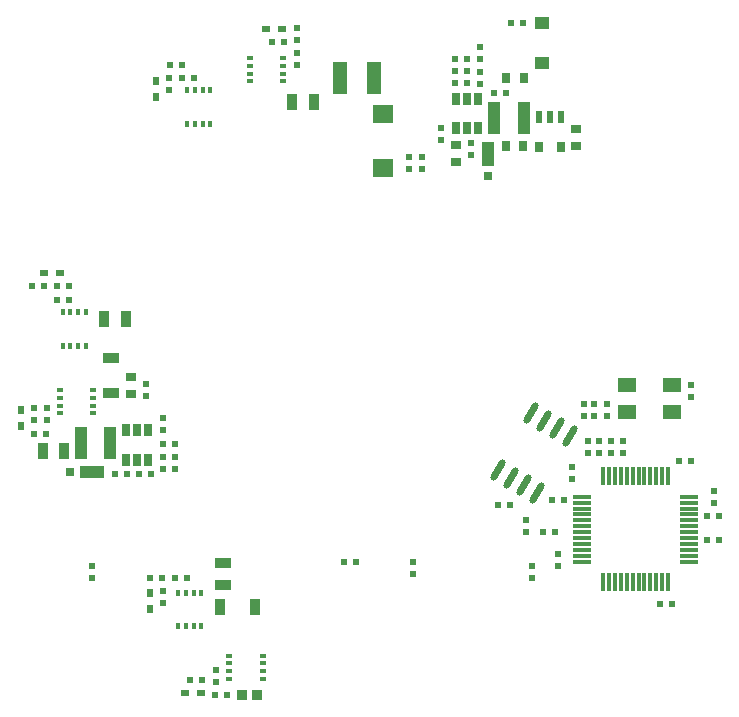
<source format=gtp>
G04*
G04 #@! TF.GenerationSoftware,Altium Limited,Altium Designer,19.1.5 (86)*
G04*
G04 Layer_Color=8421504*
%FSLAX25Y25*%
%MOIN*%
G70*
G01*
G75*
%ADD22R,0.02200X0.02200*%
%ADD23R,0.03200X0.03200*%
%ADD24R,0.02200X0.02200*%
%ADD25R,0.03600X0.05800*%
%ADD26R,0.03000X0.02000*%
%ADD27R,0.02000X0.03000*%
%ADD28R,0.02165X0.01378*%
%ADD29R,0.03800X0.05600*%
%ADD30R,0.01378X0.02165*%
%ADD31R,0.05800X0.03600*%
%ADD32R,0.01181X0.05906*%
%ADD33R,0.05906X0.01181*%
%ADD34R,0.07874X0.04331*%
%ADD35R,0.03150X0.03150*%
%ADD36R,0.03937X0.10630*%
%ADD37R,0.03500X0.03000*%
%ADD38R,0.02600X0.04200*%
%ADD39R,0.05600X0.03800*%
%ADD40R,0.04331X0.07874*%
%ADD41R,0.03150X0.03150*%
%ADD42R,0.05118X0.10630*%
%ADD43R,0.04724X0.03937*%
%ADD44R,0.06890X0.06000*%
%ADD45R,0.03000X0.03500*%
%ADD46R,0.02400X0.04000*%
%ADD47R,0.02800X0.03800*%
%ADD48R,0.06299X0.05118*%
G04:AMPARAMS|DCode=49|XSize=23.62mil|YSize=78.74mil|CornerRadius=0mil|HoleSize=0mil|Usage=FLASHONLY|Rotation=330.000|XOffset=0mil|YOffset=0mil|HoleType=Round|Shape=Round|*
%AMOVALD49*
21,1,0.05512,0.02362,0.00000,0.00000,60.0*
1,1,0.02362,-0.01378,-0.02387*
1,1,0.02362,0.01378,0.02387*
%
%ADD49OVALD49*%

G04:AMPARAMS|DCode=50|XSize=23.62mil|YSize=78.74mil|CornerRadius=0mil|HoleSize=0mil|Usage=FLASHONLY|Rotation=330.000|XOffset=0mil|YOffset=0mil|HoleType=Round|Shape=Round|*
%AMOVALD50*
21,1,0.05512,0.02362,0.00000,0.00000,60.0*
1,1,0.02362,-0.01378,-0.02387*
1,1,0.02362,0.01378,0.02387*
%
%ADD50OVALD50*%

D22*
X48588Y-66000D02*
D03*
Y-70000D02*
D03*
X-97921Y-70320D02*
D03*
Y-66321D02*
D03*
X-29700Y113100D02*
D03*
Y109100D02*
D03*
X-72400Y92400D02*
D03*
Y96400D02*
D03*
X-29700Y100900D02*
D03*
Y104900D02*
D03*
X-117400Y-13600D02*
D03*
Y-17600D02*
D03*
X-113152Y-13633D02*
D03*
Y-17633D02*
D03*
X11900Y66300D02*
D03*
Y70300D02*
D03*
X7500D02*
D03*
Y66300D02*
D03*
X8909Y-64691D02*
D03*
Y-68691D02*
D03*
X46500Y-50700D02*
D03*
Y-54700D02*
D03*
X62100Y-33300D02*
D03*
Y-37300D02*
D03*
X67200Y-24400D02*
D03*
Y-28400D02*
D03*
X71100Y-24400D02*
D03*
Y-28400D02*
D03*
X75000Y-24400D02*
D03*
Y-28400D02*
D03*
X78900Y-28400D02*
D03*
Y-24400D02*
D03*
X57200Y-66100D02*
D03*
Y-62100D02*
D03*
X109400Y-41200D02*
D03*
Y-45200D02*
D03*
X101762Y-5800D02*
D03*
Y-9800D02*
D03*
X-74300Y-33900D02*
D03*
Y-29900D02*
D03*
X-70200Y-33900D02*
D03*
Y-29900D02*
D03*
X-79900Y-9400D02*
D03*
Y-5400D02*
D03*
X-74400Y-16779D02*
D03*
Y-20779D02*
D03*
X-74241Y-78620D02*
D03*
Y-74620D02*
D03*
X-56740Y-100715D02*
D03*
Y-104715D02*
D03*
X73762Y-16000D02*
D03*
Y-12000D02*
D03*
X69400Y-16000D02*
D03*
Y-12000D02*
D03*
X65888Y-16000D02*
D03*
Y-12000D02*
D03*
X31400Y102800D02*
D03*
Y106800D02*
D03*
X31453Y98513D02*
D03*
Y94513D02*
D03*
X28212Y74691D02*
D03*
Y70692D02*
D03*
X18413Y75691D02*
D03*
Y79691D02*
D03*
D23*
X-43000Y-109200D02*
D03*
X-48000D02*
D03*
D24*
X56318Y-54884D02*
D03*
X52318D02*
D03*
X110900Y-57500D02*
D03*
X106900D02*
D03*
X-78400Y-35600D02*
D03*
X-82400D02*
D03*
X-34100Y108400D02*
D03*
X-38100D02*
D03*
X-68100Y100700D02*
D03*
X-72100D02*
D03*
X37412Y-45986D02*
D03*
X41412D02*
D03*
X-64000Y96400D02*
D03*
X-68000D02*
D03*
X-113900Y27100D02*
D03*
X-117900D02*
D03*
X-105621D02*
D03*
X-109621D02*
D03*
X-105621Y22480D02*
D03*
X-109621D02*
D03*
X-113300Y-22000D02*
D03*
X-117300D02*
D03*
X-14000Y-64700D02*
D03*
X-10000D02*
D03*
X55418Y-44086D02*
D03*
X59418D02*
D03*
X97800Y-31100D02*
D03*
X101800D02*
D03*
X95300Y-78900D02*
D03*
X91300D02*
D03*
X-74300Y-25600D02*
D03*
X-70300D02*
D03*
X-90500Y-35600D02*
D03*
X-86500D02*
D03*
X-74641Y-70221D02*
D03*
X-78641D02*
D03*
X-52900Y-109100D02*
D03*
X-56900D02*
D03*
X-65200Y-104200D02*
D03*
X-61200D02*
D03*
X-66341Y-70221D02*
D03*
X-70341D02*
D03*
X110900Y-49500D02*
D03*
X106900D02*
D03*
X45500Y114800D02*
D03*
X41500D02*
D03*
X26913Y102691D02*
D03*
X22913D02*
D03*
X26913Y98691D02*
D03*
X22913D02*
D03*
X26913Y94691D02*
D03*
X22913D02*
D03*
X39953Y91513D02*
D03*
X35953D02*
D03*
D25*
X-55500Y-79800D02*
D03*
X-43700D02*
D03*
D26*
X-40100Y113000D02*
D03*
X-34700D02*
D03*
X-114100Y31600D02*
D03*
X-108700D02*
D03*
X-61700Y-108500D02*
D03*
X-67100D02*
D03*
D27*
X-76700Y95518D02*
D03*
Y90118D02*
D03*
X-121800Y-19500D02*
D03*
Y-14100D02*
D03*
X-78641Y-75121D02*
D03*
Y-80520D02*
D03*
D28*
X-45421Y95382D02*
D03*
Y97941D02*
D03*
Y100500D02*
D03*
Y103059D02*
D03*
X-34200Y95382D02*
D03*
Y97941D02*
D03*
Y100500D02*
D03*
Y103059D02*
D03*
X-97609Y-7640D02*
D03*
Y-10199D02*
D03*
Y-12758D02*
D03*
Y-15317D02*
D03*
X-108829Y-7640D02*
D03*
Y-10199D02*
D03*
Y-12758D02*
D03*
Y-15317D02*
D03*
X-41040Y-96097D02*
D03*
Y-98656D02*
D03*
Y-101215D02*
D03*
Y-103774D02*
D03*
X-52261Y-96097D02*
D03*
Y-98656D02*
D03*
Y-101215D02*
D03*
Y-103774D02*
D03*
D29*
X-24000Y88500D02*
D03*
X-31200D02*
D03*
X-86800Y16300D02*
D03*
X-94000D02*
D03*
X-107300Y-27900D02*
D03*
X-114500D02*
D03*
D30*
X-58541Y81200D02*
D03*
X-61100D02*
D03*
X-63659D02*
D03*
X-66218D02*
D03*
X-58541Y92421D02*
D03*
X-61100D02*
D03*
X-63659D02*
D03*
X-66218D02*
D03*
X-100162Y7180D02*
D03*
X-102721D02*
D03*
X-105280D02*
D03*
X-107839D02*
D03*
X-100162Y18400D02*
D03*
X-102721D02*
D03*
X-105280D02*
D03*
X-107839D02*
D03*
X-61582Y-86221D02*
D03*
X-64141D02*
D03*
X-66700D02*
D03*
X-69259D02*
D03*
X-61582Y-75000D02*
D03*
X-64141D02*
D03*
X-66700D02*
D03*
X-69259D02*
D03*
D31*
X-91800Y3200D02*
D03*
Y-8600D02*
D03*
D32*
X94027Y-36184D02*
D03*
X92058D02*
D03*
X90090D02*
D03*
X88121D02*
D03*
X86153D02*
D03*
X84184D02*
D03*
X82216D02*
D03*
X80247D02*
D03*
X78279D02*
D03*
X76310D02*
D03*
X74342D02*
D03*
X72373D02*
D03*
Y-71617D02*
D03*
X74342D02*
D03*
X76310D02*
D03*
X78279D02*
D03*
X80247D02*
D03*
X82216D02*
D03*
X84184D02*
D03*
X86153D02*
D03*
X88121D02*
D03*
X90090D02*
D03*
X92058D02*
D03*
X94027D02*
D03*
D33*
X65483Y-43073D02*
D03*
Y-45042D02*
D03*
Y-47010D02*
D03*
Y-48979D02*
D03*
Y-50947D02*
D03*
Y-52916D02*
D03*
Y-54884D02*
D03*
Y-56853D02*
D03*
Y-58821D02*
D03*
Y-60790D02*
D03*
Y-62758D02*
D03*
Y-64727D02*
D03*
X100917D02*
D03*
Y-62758D02*
D03*
Y-60790D02*
D03*
Y-58821D02*
D03*
Y-56853D02*
D03*
Y-54884D02*
D03*
Y-52916D02*
D03*
Y-50947D02*
D03*
Y-48979D02*
D03*
Y-47010D02*
D03*
Y-45042D02*
D03*
Y-43073D02*
D03*
D34*
X-97920Y-34800D02*
D03*
D35*
X-105400D02*
D03*
D36*
X-101821Y-25100D02*
D03*
X-91979D02*
D03*
X45874Y83013D02*
D03*
X36031D02*
D03*
D37*
X-85000Y-8900D02*
D03*
Y-3100D02*
D03*
X63487Y73861D02*
D03*
Y79661D02*
D03*
X23413Y74191D02*
D03*
Y68392D02*
D03*
D38*
X-86740Y-20879D02*
D03*
X-83000Y-20879D02*
D03*
X-79260Y-30721D02*
D03*
X-83000D02*
D03*
X-79260Y-20879D02*
D03*
X-86740Y-30721D02*
D03*
X30653Y79770D02*
D03*
X26913Y79770D02*
D03*
X23172Y89613D02*
D03*
X26913D02*
D03*
X23172Y79770D02*
D03*
X30653Y89613D02*
D03*
D39*
X-54400Y-72400D02*
D03*
Y-65200D02*
D03*
D40*
X33900Y71280D02*
D03*
D41*
Y63800D02*
D03*
D42*
X-3891Y96600D02*
D03*
X-15309D02*
D03*
D43*
X52000Y101611D02*
D03*
Y114800D02*
D03*
D44*
X-1000Y84500D02*
D03*
Y66500D02*
D03*
D45*
X45700Y73700D02*
D03*
X39900D02*
D03*
X45853Y96513D02*
D03*
X40053D02*
D03*
D46*
X54640Y83395D02*
D03*
X50900D02*
D03*
X58380D02*
D03*
D47*
Y73552D02*
D03*
X50900D02*
D03*
D48*
X95243Y-14828D02*
D03*
X80282D02*
D03*
Y-5772D02*
D03*
X95243D02*
D03*
D49*
X61434Y-22767D02*
D03*
D50*
X57104Y-20267D02*
D03*
X52773Y-17767D02*
D03*
X37443Y-34320D02*
D03*
X46104Y-39320D02*
D03*
X50434Y-41820D02*
D03*
X41773Y-36820D02*
D03*
X48443Y-15267D02*
D03*
M02*

</source>
